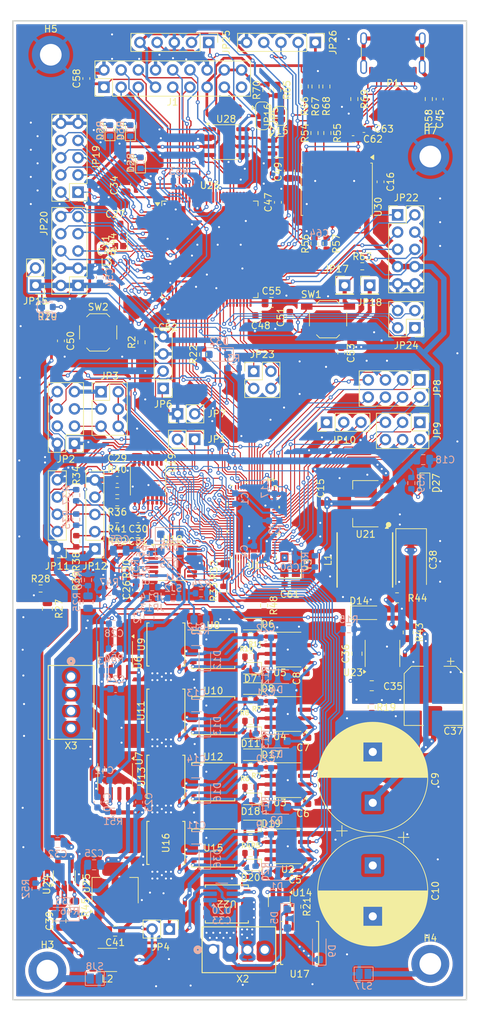
<source format=kicad_pcb>
(kicad_pcb
	(version 20241229)
	(generator "pcbnew")
	(generator_version "9.0")
	(general
		(thickness 1.6)
		(legacy_teardrops no)
	)
	(paper "A4")
	(title_block
		(title "fsim_ff")
		(date "2025-03-06")
		(rev "1")
		(company "FaSTTUBe")
	)
	(layers
		(0 "F.Cu" signal)
		(2 "B.Cu" signal)
		(9 "F.Adhes" user "F.Adhesive")
		(11 "B.Adhes" user "B.Adhesive")
		(13 "F.Paste" user)
		(15 "B.Paste" user)
		(5 "F.SilkS" user "F.Silkscreen")
		(7 "B.SilkS" user "B.Silkscreen")
		(1 "F.Mask" user)
		(3 "B.Mask" user)
		(17 "Dwgs.User" user "User.Drawings")
		(19 "Cmts.User" user "User.Comments")
		(21 "Eco1.User" user "User.Eco1")
		(23 "Eco2.User" user "User.Eco2")
		(25 "Edge.Cuts" user)
		(27 "Margin" user)
		(31 "F.CrtYd" user "F.Courtyard")
		(29 "B.CrtYd" user "B.Courtyard")
		(35 "F.Fab" user)
		(33 "B.Fab" user)
		(39 "User.1" user)
		(41 "User.2" user)
		(43 "User.3" user)
		(45 "User.4" user)
	)
	(setup
		(pad_to_mask_clearance 0)
		(allow_soldermask_bridges_in_footprints no)
		(tenting front back)
		(pcbplotparams
			(layerselection 0x00000000_00000000_55555555_5755f5ff)
			(plot_on_all_layers_selection 0x00000000_00000000_00000000_00000000)
			(disableapertmacros no)
			(usegerberextensions no)
			(usegerberattributes yes)
			(usegerberadvancedattributes yes)
			(creategerberjobfile yes)
			(dashed_line_dash_ratio 12.000000)
			(dashed_line_gap_ratio 3.000000)
			(svgprecision 4)
			(plotframeref no)
			(mode 1)
			(useauxorigin no)
			(hpglpennumber 1)
			(hpglpenspeed 20)
			(hpglpendiameter 15.000000)
			(pdf_front_fp_property_popups yes)
			(pdf_back_fp_property_popups yes)
			(pdf_metadata yes)
			(pdf_single_document no)
			(dxfpolygonmode yes)
			(dxfimperialunits yes)
			(dxfusepcbnewfont yes)
			(psnegative no)
			(psa4output no)
			(plot_black_and_white yes)
			(plotinvisibletext no)
			(sketchpadsonfab no)
			(plotpadnumbers no)
			(hidednponfab no)
			(sketchdnponfab yes)
			(crossoutdnponfab yes)
			(subtractmaskfromsilk no)
			(outputformat 1)
			(mirror no)
			(drillshape 0)
			(scaleselection 1)
			(outputdirectory "C:/Users/georg/Downloads/fsimff_v0.1/")
		)
	)
	(net 0 "")
	(net 1 "GND")
	(net 2 "+3V3")
	(net 3 "+5V")
	(net 4 "Net-(U30-PDEN)")
	(net 5 "/brains/GND_USB")
	(net 6 "Net-(P1-CC)")
	(net 7 "Net-(P1-VCONN)")
	(net 8 "Net-(U1B-VCCCORE1)")
	(net 9 "5V_SENSE")
	(net 10 "GNDA")
	(net 11 "V_GD")
	(net 12 "GNDI")
	(net 13 "Net-(D14-K)")
	(net 14 "Net-(D32-A)")
	(net 15 "V+")
	(net 16 "MOT_D")
	(net 17 "MOT_B")
	(net 18 "2.5V_REF")
	(net 19 "/brains/OSC+")
	(net 20 "Net-(U20-VCAP)")
	(net 21 "V_MOT_IN")
	(net 22 "Net-(U23-VD)")
	(net 23 "Net-(D33-A)")
	(net 24 "Net-(U23-BST)")
	(net 25 "Net-(U7-VREF)")
	(net 26 "Net-(U6-VREF)")
	(net 27 "/brains/OSC-")
	(net 28 "/brains/USB_SHIELD")
	(net 29 "/brains/VDDA")
	(net 30 "Net-(U26C-VCAP_2)")
	(net 31 "Net-(U26C-VCAP_1)")
	(net 32 "/brains/BUTTON_A")
	(net 33 "/brains/E_STOP")
	(net 34 "/brains/USB_VBUS_IN")
	(net 35 "Net-(D27-A)")
	(net 36 "Net-(D28-A)")
	(net 37 "Net-(D29-A)")
	(net 38 "Net-(D30-A)")
	(net 39 "ENO")
	(net 40 "AGPI_A")
	(net 41 "AENC_WY_N")
	(net 42 "AENC_UX_N")
	(net 43 "AENC_WY")
	(net 44 "AENC_VN")
	(net 45 "AENC_UX")
	(net 46 "AENC_VN_N")
	(net 47 "ENABLE")
	(net 48 "GPIO0")
	(net 49 "GPIO3")
	(net 50 "GPIO2")
	(net 51 "GPIO4")
	(net 52 "GPIO6")
	(net 53 "GPIO7")
	(net 54 "GPIO1")
	(net 55 "GPIO5")
	(net 56 "Net-(JP12-Pad3)")
	(net 57 "Net-(JP12-Pad2)")
	(net 58 "Net-(JP12-Pad4)")
	(net 59 "/brains/BOOT0")
	(net 60 "/brains/DIN4")
	(net 61 "/brains/DIN3")
	(net 62 "/brains/DIN7")
	(net 63 "/brains/DIN6")
	(net 64 "/brains/DIN5")
	(net 65 "/brains/DIN2")
	(net 66 "/brains/DIN1")
	(net 67 "/brains/DIN0")
	(net 68 "/brains/AIN4")
	(net 69 "/brains/AIN1")
	(net 70 "/brains/AIN3")
	(net 71 "/brains/AIN5")
	(net 72 "/brains/AIN2")
	(net 73 "/brains/AIN0")
	(net 74 "/brains/CANL")
	(net 75 "unconnected-(U26A-PD3-Pad84)")
	(net 76 "/brains/SWO")
	(net 77 "/brains/UART1_TX")
	(net 78 "/brains/UART1_RX")
	(net 79 "unconnected-(U26A-PD2-Pad83)")
	(net 80 "/brains/GPIO2")
	(net 81 "/brains/GPIO1")
	(net 82 "/brains/I2C_SDA")
	(net 83 "/brains/GPIO3")
	(net 84 "/brains/I2C_SCL")
	(net 85 "unconnected-(U26A-PC11-Pad79)")
	(net 86 "unconnected-(U26A-PC12-Pad80)")
	(net 87 "/brains/CAN_RES")
	(net 88 "/brains/CANH")
	(net 89 "unconnected-(U26A-PC10-Pad78)")
	(net 90 "unconnected-(U26A-PA15-Pad77)")
	(net 91 "/brains/SPI2_SCK")
	(net 92 "/brains/SPI2_MISO")
	(net 93 "/brains/SPI2_MOSI")
	(net 94 "/brains/SPI2_SS3")
	(net 95 "/brains/SPI2_SS2")
	(net 96 "/brains/SPI2_SS")
	(net 97 "/brains/GPIO7")
	(net 98 "/brains/GPIO6")
	(net 99 "/brains/GPIO8")
	(net 100 "/brains/GPIO5")
	(net 101 "/brains/PWM2")
	(net 102 "/brains/PWM4")
	(net 103 "/brains/PWM3")
	(net 104 "/brains/PWM1")
	(net 105 "/brains/SWDIO")
	(net 106 "/brains/SWCLK")
	(net 107 "BRAKE_RES_COMP")
	(net 108 "BRAKE_CTRL_EXT")
	(net 109 "2.5V_REF_RAW")
	(net 110 "Net-(U23-ON{slash}~{OFF})")
	(net 111 "Net-(U24-FB)")
	(net 112 "Net-(U6-VOUT)")
	(net 113 "Net-(U7-VOUT)")
	(net 114 "Net-(U30-UD+)")
	(net 115 "Net-(U30-UD-)")
	(net 116 "Net-(U30-DD+)")
	(net 117 "/brains/LED1")
	(net 118 "/brains/LED2")
	(net 119 "/brains/LED3")
	(net 120 "/brains/CAN_S")
	(net 121 "unconnected-(U26A-PD14-Pad61)")
	(net 122 "unconnected-(U26A-PD11-Pad58)")
	(net 123 "unconnected-(U26A-PD10-Pad57)")
	(net 124 "unconnected-(U26B-PE15-Pad46)")
	(net 125 "unconnected-(U26A-PD12-Pad59)")
	(net 126 "/brains/CAN_RX")
	(net 127 "unconnected-(U26A-PC9-Pad66)")
	(net 128 "/brains/USB_D-")
	(net 129 "unconnected-(U26A-PA10-Pad69)")
	(net 130 "unconnected-(U26A-PA8-Pad67)")
	(net 131 "/brains/CAN_TX")
	(net 132 "unconnected-(U26A-PC8-Pad65)")
	(net 133 "unconnected-(U26A-PD13-Pad60)")
	(net 134 "/brains/USB_D+")
	(net 135 "UART_RX")
	(net 136 "Net-(D1-K)")
	(net 137 "REF_L")
	(net 138 "ENC2_A")
	(net 139 "HALL_V")
	(net 140 "HALL_WY")
	(net 141 "ENC_B")
	(net 142 "DIR")
	(net 143 "ENC_Z")
	(net 144 "PWM_I")
	(net 145 "V_INT_TMC")
	(net 146 "MISO")
	(net 147 "ENC2_Z")
	(net 148 "ENC2_B")
	(net 149 "MOSI")
	(net 150 "SCK")
	(net 151 "UART_TX")
	(net 152 "REF_R")
	(net 153 "REF_H")
	(net 154 "AGPI_B")
	(net 155 "ENC_A")
	(net 156 "HALL_UX")
	(net 157 "CS_TMC")
	(net 158 "STEP")
	(net 159 "NRST")
	(net 160 "DRV_FLAG")
	(net 161 "DRV_EN")
	(net 162 "V_INT")
	(net 163 "V_EXT")
	(net 164 "SPI1_SS2")
	(net 165 "SPI1_SS3")
	(net 166 "GPIO_DRV")
	(net 167 "/brains/ENC_Z")
	(net 168 "/brains/ENC_A")
	(net 169 "/brains/ENC_B")
	(net 170 "Net-(D2-K)")
	(net 171 "Net-(D3-K)")
	(net 172 "Net-(D4-K)")
	(net 173 "RES_FET")
	(net 174 "Net-(D10-A)")
	(net 175 "Net-(D6-K)")
	(net 176 "Net-(D7-K)")
	(net 177 "Net-(D8-K)")
	(net 178 "Net-(D11-K)")
	(net 179 "Net-(D17-K)")
	(net 180 "Net-(D18-K)")
	(net 181 "Net-(D19-K)")
	(net 182 "Net-(D20-K)")
	(net 183 "unconnected-(Y3-ENABLE-Pad1)")
	(net 184 "Net-(H3-Pad1)")
	(net 185 "Net-(H4-Pad1)")
	(net 186 "MOT_A_OUT")
	(net 187 "MOT_C_OUT")
	(net 188 "/brains/USB_D+_IS")
	(net 189 "/brains/USB_D-_IS")
	(net 190 "Net-(U30-DD-)")
	(net 191 "unconnected-(U26A-PA9-Pad68)")
	(net 192 "/driver/MOT_C")
	(net 193 "/driver/MOT_A")
	(net 194 "/driver/SENSE_A")
	(net 195 "/connectivity/HALL_UX_5V")
	(net 196 "/connectivity/HALL_V_5V")
	(net 197 "/connectivity/HALL_WY_5V")
	(net 198 "/driver/SENSE_C")
	(net 199 "/driver/CLK_25M")
	(net 200 "/driver/G_LS_A")
	(net 201 "/driver/G_HS_A")
	(net 202 "/driver/G_LS_B")
	(net 203 "/driver/G_HS_B")
	(net 204 "/driver/G_HS_C")
	(net 205 "/driver/G_LS_C")
	(net 206 "/driver/G_LS_D")
	(net 207 "/driver/G_HS_D")
	(net 208 "/driver/BRAKE_CTRL")
	(net 209 "/driver/BRAKE_CTRL_TMC")
	(net 210 "/connectivity/ENC_B_5V")
	(net 211 "/connectivity/ENC_Z_5V")
	(net 212 "/connectivity/ENC_A_5V")
	(net 213 "/driver/2.5V_REF_C")
	(net 214 "/driver/2.5V_REF_A")
	(net 215 "/driver/BRAKE_GATE")
	(net 216 "/connectivity/V_INT_TMC_RAW")
	(net 217 "/connectivity/TH_FET")
	(net 218 "/connectivity/BRAKE_RES_TH")
	(net 219 "/driver/C_HS_C")
	(net 220 "/driver/C_LS_B")
	(net 221 "/driver/C_LS_D")
	(net 222 "/driver/C_LS_C")
	(net 223 "/driver/C_LS_A")
	(net 224 "/driver/C_HS_A")
	(net 225 "/driver/C_HS_D")
	(net 226 "/driver/C_HS_B")
	(net 227 "/powersupply/INPUT_GATE")
	(net 228 "/brains/VREF")
	(net 229 "Net-(JP16-B)")
	(net 230 "Net-(JP5-C)")
	(footprint "Capacitor_SMD:C_0603_1608Metric" (layer "F.Cu") (at 76.7 70.675 -90))
	(footprint "Package_SO:SOIC-8_3.9x4.9mm_P1.27mm" (layer "F.Cu") (at 117.935 131.247269 90))
	(footprint "Connector_PinHeader_2.54mm:PinHeader_1x01_P2.54mm_Vertical" (layer "F.Cu") (at 112.35 76.975))
	(footprint "Capacitor_THT:CP_Radial_D16.0mm_P7.50mm" (layer "F.Cu") (at 116.5 153.262755 90))
	(footprint "Button_Switch_SMD:SW_SPST_TL3342" (layer "F.Cu") (at 75.95 83.925))
	(footprint "Connector_PinHeader_2.54mm:PinHeader_2x05_P2.54mm_Vertical" (layer "F.Cu") (at 72.975 77 180))
	(footprint "Diode_SMD:D_SOD-323F" (layer "F.Cu") (at 98.45 162.425 180))
	(footprint "Resistor_SMD:R_0805_2012Metric" (layer "F.Cu") (at 72.45 168.675 -90))
	(footprint "LED_SMD:LED_0603_1608Metric" (layer "F.Cu") (at 82.2 58.925 90))
	(footprint "Resistor_SMD:R_0603_1608Metric" (layer "F.Cu") (at 113.78 49.525 -90))
	(footprint "Resistor_SMD:R_0603_1608Metric" (layer "F.Cu") (at 94.45 122.175 90))
	(footprint "Package_TO_SOT_SMD:SOT-23-5_HandSoldering" (layer "F.Cu") (at 70.95 164.175 90))
	(footprint "Connector_PinHeader_2.54mm:PinHeader_1x05_P2.54mm_Vertical" (layer "F.Cu") (at 92.275 41.175 -90))
	(footprint "Connector_PinHeader_2.54mm:PinHeader_1x04_P2.54mm_Vertical" (layer "F.Cu") (at 85.55 92.175 180))
	(footprint "Capacitor_THT:CP_Radial_D16.0mm_P7.50mm" (layer "F.Cu") (at 116.5 162.5 -90))
	(footprint "Package_TO_SOT_SMD:SOT-223" (layer "F.Cu") (at 78.45 166.175 90))
	(footprint "Package_SO:SOIC-8-1EP_3.9x4.9mm_P1.27mm_EP2.29x3mm" (layer "F.Cu") (at 103.95 130.675 180))
	(footprint "Capacitor_SMD:C_0603_1608Metric"
		(layer "F.Cu")
		(uuid "2088cb5f-f7b5-41f5-b03e-d2866cf20499")
		(at 74.2 46.5 -90)
		(descr "Capacitor SMD 0603 (1608 Metric), square (rectangular) end terminal, IPC_7351 nominal, (Body size source: IPC-SM-782 page 76, https://www.pcb-3d.com/wordpress/wp-content/uploads/ipc-sm-782a_amendment_1_and_2.pdf), generated with kicad-footprint-generator")
		(tags "capacitor")
		(property "Reference" "C58"
			(at 0 1.425 90)
			(layer "F.SilkS")
			(uuid "d75d5b63-9c6d-45f7-9784-129854c545a7")
			(effects
				(font
					(size 1 1)
					(thickness 0.15)
				)
			)
		)
		(property "Value" "100nF"
			(at 0 1.43 90)
			(layer "F.Fab")
			(uuid "d88faae2-9ecd-4ba1-a867-ab315b07c8f7")
			(effects
				(font
					(size 1 1)
					(thickness 0.15)
				)
			)
		)
		(property "Datasheet" ""
			(at 0 0 270)
			(unlocked yes)
			(layer "F.Fab")
			(hide yes)
			(uuid "118555ea-002a-4807-90c4-6e80eb764c68")
			(effects
				(font
					(size 1.27 1.27)
					(thickness 0.15)
				)
			)
		)
		(property "Description" ""
			(at 0 0 270)
			(unlocked yes)
			(layer "F.Fab")
			(hide yes)
			(uuid "1ad4e7cc-e099-4182-b589-8477247f4551")
			(effects
				(font
					(size 1.27 1.27)
					(thickness 0.15)
				)
			)
		)
		(path "/5b8239be-3acb-480d-b68c-3ddc98dc2fa1/a618755f-d72e-477d-8bad-fd11e0e84e82")
		(sheetname "/brains/")
		(sheetfile "brains.kicad_sch")
		(attr smd)
		(fp_line
			(start -0.14058 0.51)
			(end 0.14058 0.51)
			(stroke
				(width 0.12)
				(type solid)
			)
			(layer "F.SilkS")
			(uuid "19f5c47e-2282-4797-9dab-b5b1b80df36c")
		)
		(fp_line
			(start -0.14058 -0.51)
			(end 0.14058 -0.51)
			(stroke
				(width 0.12)
				(type solid)
			)
			(layer "F.SilkS")
			(uuid "591b4c7a-06c5-4b6e-9eed-f744d33737a1")
		)
		(fp_line
			(start -1.48 0.73)
			(end -1.48 -0.73)
			(stroke
				(width 0.05)
				(type solid)
			)
			(layer "F.CrtYd")
			(uuid "86b398dc-829f-41ec-b1b0-a4f63724b2b1")
		)
		(fp_line
			(start 1.48 0.73)
			(end -1.48 0.73)
			(stroke
				(width 0.05)
				(type solid)
			)
			(layer "F.CrtYd")
			(uuid "e77627d8-b713-4b97-8a3d-df600e6a0f99")
		)
		(fp_line
			(start -1.48 -0.73)
			(end 1.48 -0.73)
			(stroke
				(width 0.05)
				(type solid)
			)
			(layer "F.CrtYd")
			(uuid "e95cf7dd-6990-4166-a816-aa61326b99b2")
		)
		(fp_line
			(start 1.48 -0.73)
			(end 1.48 0.73)
			(stroke
				(widt
... [2585571 chars truncated]
</source>
